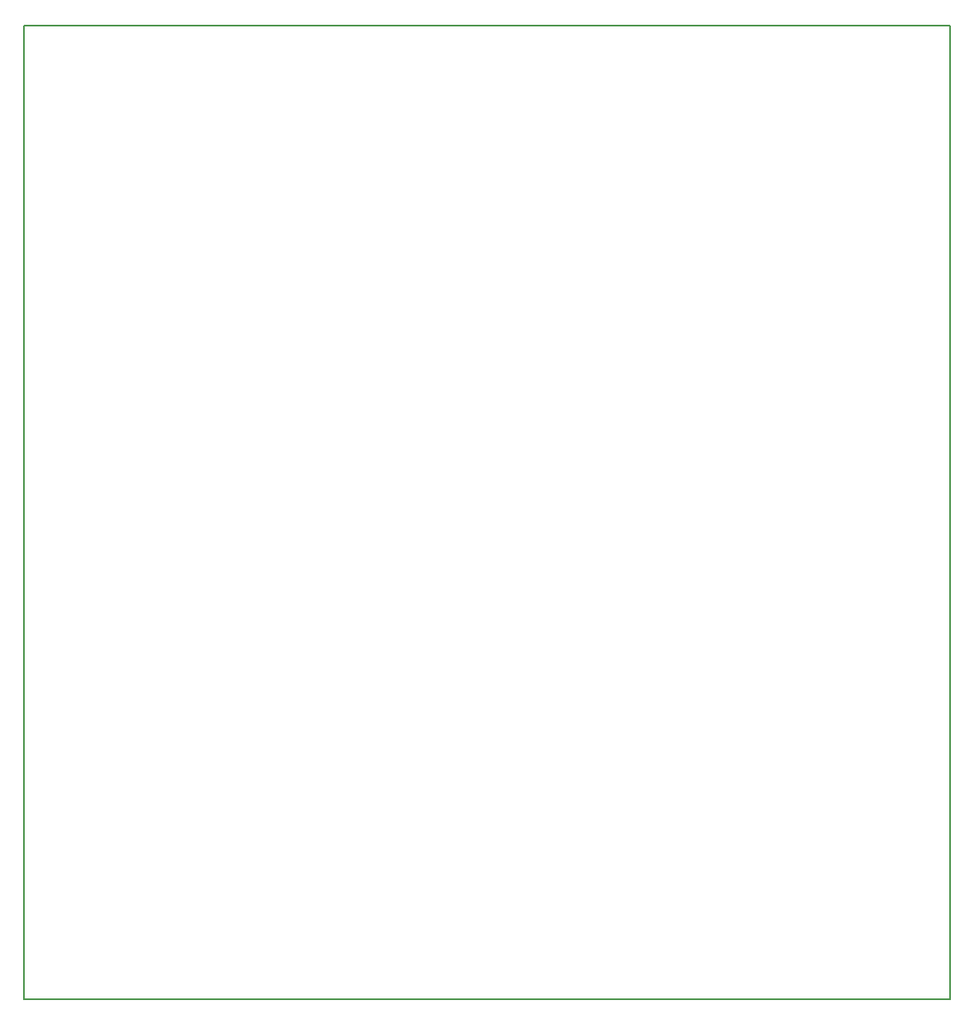
<source format=gm1>
G04 #@! TF.FileFunction,Profile,NP*
%FSLAX46Y46*%
G04 Gerber Fmt 4.6, Leading zero omitted, Abs format (unit mm)*
G04 Created by KiCad (PCBNEW 4.0.5+dfsg1-4) date Tue Dec 12 22:17:04 2017*
%MOMM*%
%LPD*%
G01*
G04 APERTURE LIST*
%ADD10C,0.100000*%
%ADD11C,0.150000*%
G04 APERTURE END LIST*
D10*
D11*
X15240000Y-19812000D02*
X15240000Y-119634000D01*
X110236000Y-19812000D02*
X15240000Y-19812000D01*
X110236000Y-119634000D02*
X110236000Y-19812000D01*
X15240000Y-119634000D02*
X110236000Y-119634000D01*
X110236000Y-19812000D02*
X15240000Y-19812000D01*
X110236000Y-119634000D02*
X110236000Y-19812000D01*
X15240000Y-119634000D02*
X110236000Y-119634000D01*
X15240000Y-19812000D02*
X15240000Y-119634000D01*
M02*

</source>
